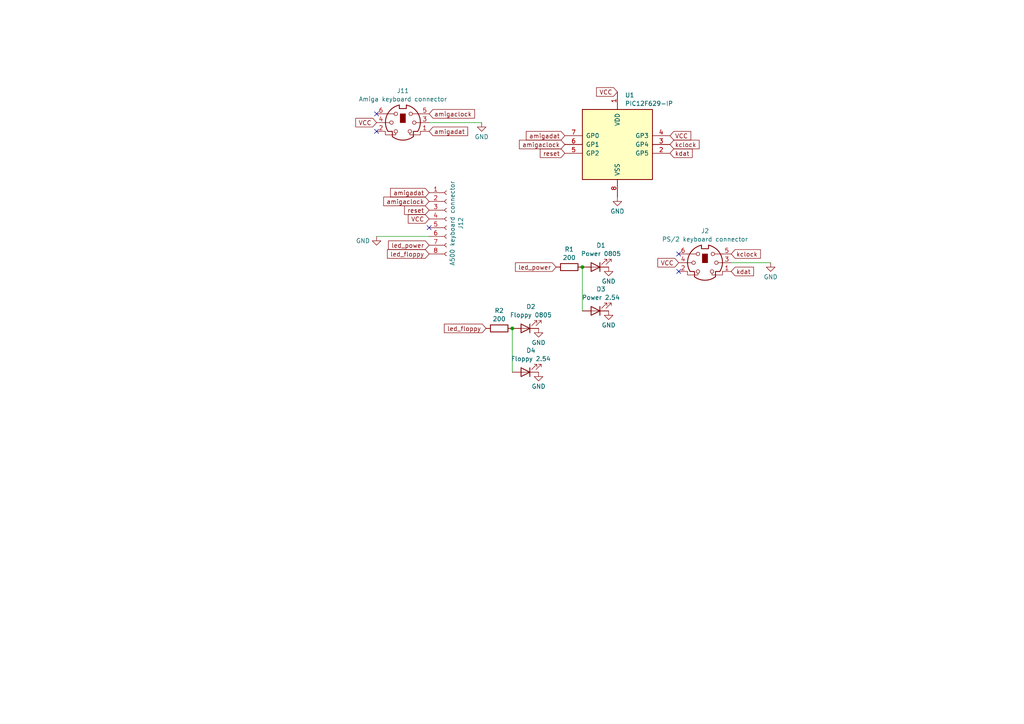
<source format=kicad_sch>
(kicad_sch (version 20230121) (generator eeschema)
  (paper "A4")
  (lib_symbols
    (symbol "Connector:Conn_01x08_Socket" (pin_names (offset 1.016) hide)
      (property "Reference" "J" (at 0 10.16 0))
      (property "Value" "Conn_01x08_Socket" (at 0 -12.7 0))
      (symbol "Conn_01x08_Socket_1_1"
        (arc (start 0 -9.652) (mid -0.5058 -10.16) (end 0 -10.668) (stroke (width 0.1524)))
        (arc (start 0 -7.112) (mid -0.5058 -7.62) (end 0 -8.128) (stroke (width 0.1524)))
        (arc (start 0 -4.572) (mid -0.5058 -5.08) (end 0 -5.588) (stroke (width 0.1524)))
        (arc (start 0 -2.032) (mid -0.5058 -2.54) (end 0 -3.048) (stroke (width 0.1524)))
        (polyline (pts (xy -1.27 -10.16) (xy -0.508 -10.16)) (stroke (width 0.1524)))
        (polyline (pts (xy -1.27 -7.62) (xy -0.508 -7.62)) (stroke (width 0.1524)))
        (polyline (pts (xy -1.27 -5.08) (xy -0.508 -5.08)) (stroke (width 0.1524)))
        (polyline (pts (xy -1.27 -2.54) (xy -0.508 -2.54)) (stroke (width 0.1524)))
        (polyline (pts (xy -1.27 0) (xy -0.508 0)) (stroke (width 0.1524)))
        (polyline (pts (xy -1.27 2.54) (xy -0.508 2.54)) (stroke (width 0.1524)))
        (polyline (pts (xy -1.27 5.08) (xy -0.508 5.08)) (stroke (width 0.1524)))
        (polyline (pts (xy -1.27 7.62) (xy -0.508 7.62)) (stroke (width 0.1524)))
        (arc (start 0 0.508) (mid -0.5058 0) (end 0 -0.508) (stroke (width 0.1524)))
        (arc (start 0 3.048) (mid -0.5058 2.54) (end 0 2.032) (stroke (width 0.1524)))
        (arc (start 0 5.588) (mid -0.5058 5.08) (end 0 4.572) (stroke (width 0.1524)))
        (arc (start 0 8.128) (mid -0.5058 7.62) (end 0 7.112) (stroke (width 0.1524)))
        (pin passive line (at -5.08 7.62 0) (length 3.81) (name "Pin_1") (number "1"))
        (pin passive line (at -5.08 5.08 0) (length 3.81) (name "Pin_2") (number "2"))
        (pin passive line (at -5.08 2.54 0) (length 3.81) (name "Pin_3") (number "3"))
        (pin passive line (at -5.08 0 0) (length 3.81) (name "Pin_4") (number "4"))
        (pin passive line (at -5.08 -2.54 0) (length 3.81) (name "Pin_5") (number "5"))
        (pin passive line (at -5.08 -5.08 0) (length 3.81) (name "Pin_6") (number "6"))
        (pin passive line (at -5.08 -7.62 0) (length 3.81) (name "Pin_7") (number "7"))
        (pin passive line (at -5.08 -10.16 0) (length 3.81) (name "Pin_8") (number "8"))
      )
    )
    (symbol "Connector:Mini-DIN-6" (pin_names (offset 1.016))
      (property "Reference" "J" (at 0 6.35 0))
      (property "Value" "Mini-DIN-6" (at 0 -6.35 0))
      (symbol "Mini-DIN-6_0_1"
        (circle (center -3.302 0) (radius 0.508))
        (arc (start -3.048 -4.064) (mid 0 -5.08) (end 3.048 -4.064) (stroke (width 0.254)))
        (circle (center -2.032 -2.54) (radius 0.508))
        (circle (center -2.032 2.54) (radius 0.508))
        (arc (start -1.016 5.08) (mid -4.6228 2.1214) (end -4.318 -2.54) (stroke (width 0.254)))
        (rectangle (start -0.762 2.54) (end 0.762 0) (fill (type outline)))
        (polyline (pts (xy -3.81 0) (xy -5.08 0)))
        (polyline (pts (xy -2.54 2.54) (xy -5.08 2.54)))
        (polyline (pts (xy 2.794 2.54) (xy 5.08 2.54)))
        (polyline (pts (xy 5.08 0) (xy 3.81 0)))
        (polyline (pts (xy -4.318 -2.54) (xy -3.048 -2.54) (xy -3.048 -4.064)) (stroke (width 0.254)))
        (polyline (pts (xy 4.318 -2.54) (xy 3.048 -2.54) (xy 3.048 -4.064)) (stroke (width 0.254)))
        (polyline (pts (xy -2.032 -3.048) (xy -2.032 -3.556) (xy -5.08 -3.556) (xy -5.08 -2.54)))
        (polyline (pts (xy -1.016 5.08) (xy -1.016 4.064) (xy 1.016 4.064) (xy 1.016 5.08)) (stroke (width 0.254)))
        (polyline (pts (xy 2.032 -3.048) (xy 2.032 -3.556) (xy 5.08 -3.556) (xy 5.08 -2.54)))
        (circle (center 2.032 -2.54) (radius 0.508))
        (circle (center 2.286 2.54) (radius 0.508))
        (circle (center 3.302 0) (radius 0.508))
        (arc (start 4.318 -2.54) (mid 4.6661 2.1322) (end 1.016 5.08) (stroke (width 0.254)))
      )
      (symbol "Mini-DIN-6_1_1"
        (pin passive line (at 7.62 -2.54 180) (length 2.54) (name "~") (number "1"))
        (pin passive line (at -7.62 -2.54 0) (length 2.54) (name "~") (number "2"))
        (pin passive line (at 7.62 0 180) (length 2.54) (name "~") (number "3"))
        (pin passive line (at -7.62 0 0) (length 2.54) (name "~") (number "4"))
        (pin passive line (at 7.62 2.54 180) (length 2.54) (name "~") (number "5"))
        (pin passive line (at -7.62 2.54 0) (length 2.54) (name "~") (number "6"))
      )
    )
    (symbol "Device:LED" (pin_numbers hide) (pin_names (offset 1.016) hide)
      (property "Reference" "D" (at 0 2.54 0))
      (property "Value" "LED" (at 0 -2.54 0))
      (symbol "LED_0_1"
        (polyline (pts (xy -1.27 -1.27) (xy -1.27 1.27)) (stroke (width 0.254)))
        (polyline (pts (xy -1.27 0) (xy 1.27 0)))
        (polyline (pts (xy 1.27 -1.27) (xy 1.27 1.27) (xy -1.27 0) (xy 1.27 -1.27)) (stroke (width 0.254)))
        (polyline (pts (xy -3.048 -0.762) (xy -4.572 -2.286) (xy -3.81 -2.286) (xy -4.572 -2.286) (xy -4.572 -1.524)))
        (polyline (pts (xy -1.778 -0.762) (xy -3.302 -2.286) (xy -2.54 -2.286) (xy -3.302 -2.286) (xy -3.302 -1.524)))
      )
      (symbol "LED_1_1"
        (pin passive line (at -3.81 0 0) (length 2.54) (name "K") (number "1"))
        (pin passive line (at 3.81 0 180) (length 2.54) (name "A") (number "2"))
      )
    )
    (symbol "Device:R" (pin_numbers hide) (pin_names (offset 0))
      (property "Reference" "R" (at 2.032 0 90))
      (property "Value" "R" (at 0 0 90))
      (symbol "R_0_1"
        (rectangle (start -1.016 -2.54) (end 1.016 2.54) (stroke (width 0.254)))
      )
      (symbol "R_1_1"
        (pin passive line (at 0 3.81 270) (length 1.27) (name "~") (number "1"))
        (pin passive line (at 0 -3.81 90) (length 1.27) (name "~") (number "2"))
      )
    )
    (symbol "MCU_Microchip_PIC12:PIC12F629-IP" (pin_names (offset 1.016))
      (property "Reference" "U" (at 1.27 13.97 0))
      (property "Value" "PIC12F629-IP" (at 1.27 11.43 0))
      (symbol "PIC12F629-IP_0_1"
        (rectangle (start 10.16 -10.16) (end -10.16 10.16) (stroke (width 0.254)) (fill (type background)))
      )
      (symbol "PIC12F629-IP_1_1"
        (pin power_in line (at 0 15.24 270) (length 5.08) (name "VDD") (number "1"))
        (pin bidirectional line (at 15.24 -2.54 180) (length 5.08) (name "GP5") (number "2"))
        (pin bidirectional line (at 15.24 0 180) (length 5.08) (name "GP4") (number "3"))
        (pin input line (at 15.24 2.54 180) (length 5.08) (name "GP3") (number "4"))
        (pin bidirectional line (at -15.24 -2.54 0) (length 5.08) (name "GP2") (number "5"))
        (pin bidirectional line (at -15.24 0 0) (length 5.08) (name "GP1") (number "6"))
        (pin bidirectional line (at -15.24 2.54 0) (length 5.08) (name "GP0") (number "7"))
        (pin power_in line (at 0 -15.24 90) (length 5.08) (name "VSS") (number "8"))
      )
    )
    (symbol "power:GND" (power) (pin_names (offset 0))
      (property "Value" "GND" (at 0 -3.81 0))
      (symbol "GND_0_1"
        (polyline (pts (xy 0 0) (xy 0 -1.27) (xy 1.27 -1.27) (xy 0 -2.54) (xy -1.27 -1.27) (xy 0 -1.27)))
      )
      (symbol "GND_1_1"
        (pin power_in line (at 0 0 270) (length 0) hide (name "GND") (number "1"))
      )
    )
  )
  (junction (at 148.59 95.25))
  (junction (at 168.91 77.47))
  (no_connect (at 109.22 38.1))
  (no_connect (at 124.46 66.04))
  (no_connect (at 196.85 78.74))
  (no_connect (at 196.85 73.66))
  (no_connect (at 109.22 33.02))
  (wire (pts (xy 168.91 77.47) (xy 168.91 90.17)))
  (wire (pts (xy 109.22 68.58) (xy 124.46 68.58)))
  (wire (pts (xy 212.09 76.2) (xy 223.52 76.2)))
  (wire (pts (xy 124.46 35.56) (xy 139.7 35.56)))
  (wire (pts (xy 148.59 95.25) (xy 148.59 107.95)))
  (global_label "kdat" (shape input) (at 194.31 44.45 0) (property "Intersheetrefs" "${INTERSHEET_REFS}" (effects hide)))
  (global_label "VCC" (shape input) (at 124.46 63.5 180) (property "Intersheetrefs" "${INTERSHEET_REFS}" (effects hide)))
  (global_label "VCC" (shape input) (at 179.07 26.67 180) (property "Intersheetrefs" "${INTERSHEET_REFS}" (effects hide)))
  (global_label "reset" (shape input) (at 124.46 60.96 180) (property "Intersheetrefs" "${INTERSHEET_REFS}" (effects hide)))
  (global_label "amigadat" (shape input) (at 124.46 55.88 180) (property "Intersheetrefs" "${INTERSHEET_REFS}" (effects hide)))
  (global_label "kclock" (shape input) (at 212.09 73.66 0) (property "Intersheetrefs" "${INTERSHEET_REFS}" (effects hide)))
  (global_label "kdat" (shape input) (at 212.09 78.74 0) (property "Intersheetrefs" "${INTERSHEET_REFS}" (effects hide)))
  (global_label "reset" (shape input) (at 163.83 44.45 180) (property "Intersheetrefs" "${INTERSHEET_REFS}" (effects hide)))
  (global_label "led_floppy" (shape input) (at 124.46 73.66 180) (property "Intersheetrefs" "${INTERSHEET_REFS}" (effects hide)))
  (global_label "amigaclock" (shape input) (at 124.46 33.02 0) (property "Intersheetrefs" "${INTERSHEET_REFS}" (effects hide)))
  (global_label "amigaclock" (shape input) (at 124.46 58.42 180) (property "Intersheetrefs" "${INTERSHEET_REFS}" (effects hide)))
  (global_label "VCC" (shape input) (at 109.22 35.56 180) (property "Intersheetrefs" "${INTERSHEET_REFS}" (effects hide)))
  (global_label "led_power" (shape input) (at 161.29 77.47 180) (property "Intersheetrefs" "${INTERSHEET_REFS}" (effects hide)))
  (global_label "VCC" (shape input) (at 196.85 76.2 180) (property "Intersheetrefs" "${INTERSHEET_REFS}" (effects hide)))
  (global_label "VCC" (shape input) (at 194.31 39.37 0) (property "Intersheetrefs" "${INTERSHEET_REFS}" (effects hide)))
  (global_label "led_floppy" (shape input) (at 140.97 95.25 180) (property "Intersheetrefs" "${INTERSHEET_REFS}" (effects hide)))
  (global_label "amigaclock" (shape input) (at 163.83 41.91 180) (property "Intersheetrefs" "${INTERSHEET_REFS}" (effects hide)))
  (global_label "amigadat" (shape input) (at 163.83 39.37 180) (property "Intersheetrefs" "${INTERSHEET_REFS}" (effects hide)))
  (global_label "kclock" (shape input) (at 194.31 41.91 0) (property "Intersheetrefs" "${INTERSHEET_REFS}" (effects hide)))
  (global_label "led_power" (shape input) (at 124.46 71.12 180) (property "Intersheetrefs" "${INTERSHEET_REFS}" (effects hide)))
  (global_label "amigadat" (shape input) (at 124.46 38.1 0) (property "Intersheetrefs" "${INTERSHEET_REFS}" (effects hide)))
  (symbol (lib_id "Connector:Mini-DIN-6") (at 116.84 35.56 0) (unit 1)
    (property "Reference" "J11" (at 116.8577 26.3357 0))
    (property "Value" "Amiga keyboard connector" (at 116.8577 28.7599 0))
    (property "Footprint" "own:Mini-DIN-6_PS2-Keyboard-Socket_Connfly_DS1093-01-PN60" (effects hide))
    (property "Datasheet" "http://service.powerdynamics.com/ec/Catalog17/Section%2011.pdf" (effects hide))
    (property "LCSC" "C77848" (effects hide))
  )
  (symbol (lib_id "power:GND") (at 223.52 76.2 0) (unit 1)
    (property "Reference" "#PWR01" (effects hide))
    (property "Value" "GND" (at 223.52 80.3331 0))
  )
  (symbol (lib_id "Connector:Mini-DIN-6") (at 204.47 76.2 0) (unit 1)
    (property "Reference" "J2" (at 204.4877 66.9757 0))
    (property "Value" "PS/2 keyboard connector" (at 204.4877 69.3999 0))
    (property "Footprint" "own:Mini-DIN-6_PS2-Keyboard-Socket_Connfly_DS1093-01-PN60" (effects hide))
    (property "Datasheet" "http://service.powerdynamics.com/ec/Catalog17/Section%2011.pdf" (effects hide))
    (property "LCSC" "C77848" (effects hide))
  )
  (symbol (lib_id "Device:R") (at 144.78 95.25 90) (unit 1)
    (property "Reference" "R2" (at 144.78 90.0897 90))
    (property "Value" "200" (at 144.78 92.5139 90))
    (property "Footprint" "Resistor_SMD:R_0805_2012Metric" (effects hide))
    (property "JLCPCB" "C17540" (effects hide))
  )
  (symbol (lib_id "power:GND") (at 176.53 77.47 0) (unit 1)
    (property "Reference" "#PWR04" (effects hide))
    (property "Value" "GND" (at 176.53 81.6031 0))
  )
  (symbol (lib_id "MCU_Microchip_PIC12:PIC12F629-IP") (at 179.07 41.91 0) (unit 1)
    (property "Reference" "U1" (at 181.2641 27.6057 0) (effects (justify left)))
    (property "Value" "PIC12F629-IP" (at 181.2641 30.0299 0) (effects (justify left)))
    (property "Footprint" "Package_DIP:DIP-8_W7.62mm" (effects hide))
    (property "Datasheet" "http://ww1.microchip.com/downloads/en/DeviceDoc/41190G.pdf" (effects hide))
    (property "LCSC" "C72124" (effects hide))
  )
  (symbol (lib_id "Device:LED") (at 172.72 90.17 180) (unit 1)
    (property "Reference" "D3" (at 174.3075 83.8667 0))
    (property "Value" "Power 2.54" (at 174.3075 86.2909 0))
    (property "Footprint" "LED_THT:LED_D3.0mm" (effects hide))
  )
  (symbol (lib_id "power:GND") (at 139.7 35.56 0) (unit 1)
    (property "Reference" "#PWR08" (effects hide))
    (property "Value" "GND" (at 139.7 39.6931 0))
  )
  (symbol (lib_id "power:GND") (at 109.22 68.58 0) (mirror y) (unit 1)
    (property "Reference" "#PWR03" (effects hide))
    (property "Value" "GND" (at 107.315 69.85 0) (effects (justify left)))
  )
  (symbol (lib_id "power:GND") (at 179.07 57.15 0) (unit 1)
    (property "Reference" "#PWR02" (effects hide))
    (property "Value" "GND" (at 179.07 61.2831 0))
  )
  (symbol (lib_id "power:GND") (at 176.53 90.17 0) (unit 1)
    (property "Reference" "#PWR07" (effects hide))
    (property "Value" "GND" (at 176.53 94.3031 0))
  )
  (symbol (lib_id "Device:LED") (at 152.4 95.25 180) (unit 1)
    (property "Reference" "D2" (at 153.9875 88.9467 0))
    (property "Value" "Floppy 0805" (at 153.9875 91.3709 0))
    (property "Footprint" "LED_SMD:LED_0805_2012Metric" (effects hide))
    (property "JLCPCB" "C2297" (effects hide))
  )
  (symbol (lib_id "Device:LED") (at 152.4 107.95 180) (unit 1)
    (property "Reference" "D4" (at 153.9875 101.6467 0))
    (property "Value" "Floppy 2.54" (at 153.9875 104.0709 0))
    (property "Footprint" "LED_THT:LED_D3.0mm" (effects hide))
  )
  (symbol (lib_id "Device:R") (at 165.1 77.47 90) (unit 1)
    (property "Reference" "R1" (at 165.1 72.3097 90))
    (property "Value" "200" (at 165.1 74.7339 90))
    (property "Footprint" "Resistor_SMD:R_0805_2012Metric" (effects hide))
    (property "JLCPCB" "C17540" (effects hide))
  )
  (symbol (lib_id "Connector:Conn_01x08_Socket") (at 129.54 63.5 0) (unit 1)
    (property "Reference" "J12" (at 133.6335 64.77 90))
    (property "Value" "A500 keyboard connector" (at 131.2093 64.77 90))
    (property "Footprint" "Connector_PinSocket_2.54mm:PinSocket_1x08_P2.54mm_Vertical" (effects hide))
    (property "LCSC" "C2685213" (effects hide))
  )
  (symbol (lib_id "power:GND") (at 156.21 107.95 0) (unit 1)
    (property "Reference" "#PWR06" (effects hide))
    (property "Value" "GND" (at 156.21 112.0831 0))
  )
  (symbol (lib_id "Device:LED") (at 172.72 77.47 180) (unit 1)
    (property "Reference" "D1" (at 174.3075 71.1667 0))
    (property "Value" "Power 0805" (at 174.3075 73.5909 0))
    (property "Footprint" "LED_SMD:LED_0805_2012Metric" (effects hide))
    (property "JLCPCB" "C84256" (effects hide))
  )
  (symbol (lib_id "power:GND") (at 156.21 95.25 0) (unit 1)
    (property "Reference" "#PWR05" (effects hide))
    (property "Value" "GND" (at 156.21 99.3831 0))
  )
)
</source>
